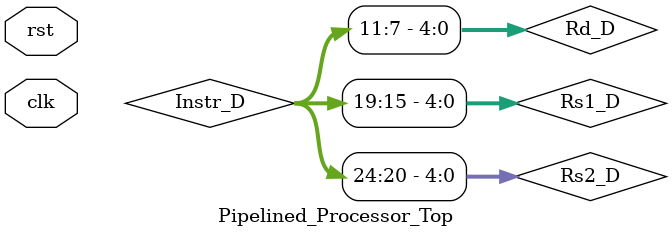
<source format=v>
`include "PC_Module.v"
`include "Adder.v"
`include "Instruction_Memory.v"
`include "Mux.v"
`include "Mux_3to1.v"
`include "IF_ID_Register.v"
`include "Register_File.v"
`include "Sign_Extend.v"
`include "Control_Unit_Top.v"
`include "ID_EX_Register.v"
`include "ALU.v"
`include "EX_MEM_Register.v"
`include "Data_Memory.v"
`include "MEM_WB_Register.v"
`include "Hazard_Unit.v"
`include "Forwarding_Unit.v"

module Pipelined_Processor_Top(clk, rst);
    input clk, rst;

    // Pipeline Stage Wires
    wire [31:0] PC_F, PCPlus4_F, Instr_F;
    wire [31:0] PC_D, PCPlus4_D, Instr_D, Imm_Ext_D;
    wire [31:0] PC_E, PCPlus4_E, RD1_E, RD2_E, Imm_Ext_E, PCTarget_E;
    wire [31:0] ALUResult_M, WriteData_M, PCTarget_M;
    wire [31:0] ALUResult_W, ReadData_W, PCTarget_W;
    wire [31:0] RD1_D, RD2_D;
    wire [31:0] Result_W;

    // Control Signals
    wire RegWrite_D, MemWrite_D, ALUSrc_D, Branch_D, Jump_D;
    wire [1:0] ResultSrc_D, ImmSrc_D;
    wire [2:0] ALUControl_D;

    wire RegWrite_E, MemWrite_E, ALUSrc_E, Branch_E, Jump_E;
    wire [1:0] ResultSrc_E;
    wire [2:0] ALUControl_E;

    wire RegWrite_M, MemWrite_M, Branch_M, Jump_M;
    wire [1:0] ResultSrc_M;

    wire RegWrite_W;
    wire [1:0] ResultSrc_W;

    // Register addresses
    wire [4:0] Rs1_D, Rs2_D, Rd_D;
    wire [4:0] Rs1_E, Rs2_E, Rd_E;
    wire [4:0] Rd_M, Rd_W;

    // Hazard control signals
    wire Stall_F, Stall_D, Flush_D, Flush_E;
    wire [1:0] ForwardA_E, ForwardB_E;

    // ALU inputs after forwarding
    wire [31:0] SrcA_E, SrcB_E, WriteData_E;
    wire [31:0] ALUResult_E;
    wire Zero_E;

    // PC control
    wire [31:0] PC_Next_F;
    wire PCSrc_E;

    // FETCH STAGE (IF)
    
    PC_Module PC(
        .clk(clk),
        .rst(rst),
        .Stall(Stall_F),
        .PC(PC_F),
        .PC_Next(PC_Next_F)
    );

    Adder PC_Adder(
        .a(PC_F),
        .b(32'd4),
        .c(PCPlus4_F)
    );

    Instruction_Memory Instruction_Memory(
        .rst(rst),
        .A(PC_F),
        .RD(Instr_F)
    );

    // PC Source Selection (for branches/jumps)
    assign PCSrc_E = (Branch_E & Zero_E) | Jump_E;

    Mux PC_Mux(
        .a(PCPlus4_F),
        .b(PCTarget_E),
        .s(PCSrc_E),
        .c(PC_Next_F)
    );

    // IF/ID PIPELINE REGISTER

    IF_ID_Register IF_ID_Reg(
        .clk(clk),
        .rst(rst),
        .Stall(Stall_D),
        .Flush(Flush_D),
        .PC_F(PC_F),
        .PCPlus4_F(PCPlus4_F),
        .Instr_F(Instr_F),
        .PC_D(PC_D),
        .PCPlus4_D(PCPlus4_D),
        .Instr_D(Instr_D)
    );

    // DECODE STAGE (ID)

    assign Rs1_D = Instr_D[19:15];
    assign Rs2_D = Instr_D[24:20];
    assign Rd_D = Instr_D[11:7];

    Register_File Register_File(
        .clk(clk),
        .rst(rst),
        .WE3(RegWrite_W),
        .WD3(Result_W),
        .A1(Rs1_D),
        .A2(Rs2_D),
        .A3(Rd_W),
        .RD1(RD1_D),
        .RD2(RD2_D)
    );

    Sign_Extend Sign_Extend(
        .In(Instr_D),
        .ImmSrc(ImmSrc_D),
        .Imm_Ext(Imm_Ext_D)
    );

    Control_Unit_Top Control_Unit_Top(
        .Op(Instr_D[6:0]),
        .RegWrite(RegWrite_D),
        .ImmSrc(ImmSrc_D),
        .ALUSrc(ALUSrc_D),
        .MemWrite(MemWrite_D),
        .ResultSrc(ResultSrc_D),
        .Branch(Branch_D),
        .Jump(Jump_D),
        .funct3(Instr_D[14:12]),
        .funct7(Instr_D[31:25]),
        .ALUControl(ALUControl_D)
    );

    // ID/EX PIPELINE REGISTER

    ID_EX_Register ID_EX_Reg(
        .clk(clk),
        .rst(rst),
        .Flush(Flush_E),
        .RegWrite_D(RegWrite_D),
        .MemWrite_D(MemWrite_D),
        .ALUSrc_D(ALUSrc_D),
        .Branch_D(Branch_D),
        .Jump_D(Jump_D),
        .ResultSrc_D(ResultSrc_D),
        .ALUControl_D(ALUControl_D),
        .PC_D(PC_D),
        .PCPlus4_D(PCPlus4_D),
        .RD1_D(RD1_D),
        .RD2_D(RD2_D),
        .Imm_Ext_D(Imm_Ext_D),
        .Rs1_D(Rs1_D),
        .Rs2_D(Rs2_D),
        .Rd_D(Rd_D),
        .RegWrite_E(RegWrite_E),
        .MemWrite_E(MemWrite_E),
        .ALUSrc_E(ALUSrc_E),
        .Branch_E(Branch_E),
        .Jump_E(Jump_E),
        .ResultSrc_E(ResultSrc_E),
        .ALUControl_E(ALUControl_E),
        .PC_E(PC_E),
        .PCPlus4_E(PCPlus4_E),
        .RD1_E(RD1_E),
        .RD2_E(RD2_E),
        .Imm_Ext_E(Imm_Ext_E),
        .Rs1_E(Rs1_E),
        .Rs2_E(Rs2_E),
        .Rd_E(Rd_E)
    );

    // EXECUTE STAGE (EX)
    
    Mux_3to1 Forward_A_Mux(
        .a(RD1_E),
        .b(Result_W),
        .c(ALUResult_M),
        .s(ForwardA_E),
        .out(SrcA_E)
    );

    Mux_3to1 Forward_B_Mux(
        .a(RD2_E),
        .b(Result_W),
        .c(ALUResult_M),
        .s(ForwardB_E),
        .out(WriteData_E)
    );

    Mux ALU_Src_Mux(
        .a(WriteData_E),
        .b(Imm_Ext_E),
        .s(ALUSrc_E),
        .c(SrcB_E)
    );

    ALU ALU(
        .A(SrcA_E),
        .B(SrcB_E),
        .Result(ALUResult_E),
        .ALUControl(ALUControl_E),
        .Zero(Zero_E)
    );

    Adder Branch_Adder(
        .a(PC_E),
        .b(Imm_Ext_E),
        .c(PCTarget_E)
    );

    // EX/MEM PIPELINE REGISTER

    EX_MEM_Register EX_MEM_Reg(
        .clk(clk),
        .rst(rst),
        .RegWrite_E(RegWrite_E),
        .MemWrite_E(MemWrite_E),
        .Branch_E(Branch_E),
        .Jump_E(Jump_E),
        .ResultSrc_E(ResultSrc_E),
        .ALUResult_E(ALUResult_E),
        .WriteData_E(WriteData_E),
        .PCTarget_E(PCTarget_E),
        .Rd_E(Rd_E),
        .RegWrite_M(RegWrite_M),
        .MemWrite_M(MemWrite_M),
        .Branch_M(Branch_M),
        .Jump_M(Jump_M),
        .ResultSrc_M(ResultSrc_M),
        .ALUResult_M(ALUResult_M),
        .WriteData_M(WriteData_M),
        .PCTarget_M(PCTarget_M),
        .Rd_M(Rd_M)
    );

    // MEMORY STAGE (MEM)

    Data_Memory Data_Memory(
        .clk(clk),
        .rst(rst),
        .WE(MemWrite_M),
        .WD(WriteData_M),
        .A(ALUResult_M),
        .RD(ReadData_M)
    );

    // MEM/WB PIPELINE REGISTER

    MEM_WB_Register MEM_WB_Reg(
        .clk(clk),
        .rst(rst),
        .RegWrite_M(RegWrite_M),
        .ResultSrc_M(ResultSrc_M),
        .ALUResult_M(ALUResult_M),
        .ReadData_M(ReadData_M),
        .PCTarget_M(PCTarget_M),
        .Rd_M(Rd_M),
        .RegWrite_W(RegWrite_W),
        .ResultSrc_W(ResultSrc_W),
        .ALUResult_W(ALUResult_W),
        .ReadData_W(ReadData_W),
        .PCTarget_W(PCTarget_W),
        .Rd_W(Rd_W)
    );

    // WRITEBACK STAGE (WB)

    Mux_3to1 Result_Mux(
        .a(ALUResult_W),
        .b(ReadData_W),
        .c(PCTarget_W),
        .s(ResultSrc_W),
        .out(Result_W)
    );

    // HAZARD DETECTION AND FORWARDING

    Hazard_Unit Hazard_Unit(
        .Rs1_D(Rs1_D),
        .Rs2_D(Rs2_D),
        .Rd_E(Rd_E),
        .PCSrc_E(PCSrc_E),
        .ResultSrc_E(ResultSrc_E[0]),
        .Stall_F(Stall_F),
        .Stall_D(Stall_D),
        .Flush_D(Flush_D),
        .Flush_E(Flush_E)
    );

    Forwarding_Unit Forwarding_Unit(
        .Rs1_E(Rs1_E),
        .Rs2_E(Rs2_E),
        .Rd_M(Rd_M),
        .Rd_W(Rd_W),
        .RegWrite_M(RegWrite_M),
        .RegWrite_W(RegWrite_W),
        .ForwardA_E(ForwardA_E),
        .ForwardB_E(ForwardB_E)
    );
endmodule

</source>
